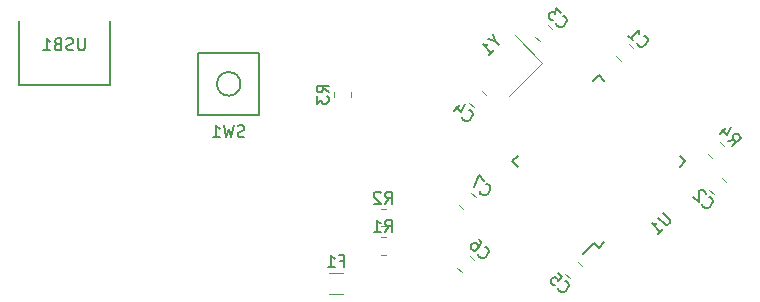
<source format=gbr>
%TF.GenerationSoftware,KiCad,Pcbnew,(5.1.9)-1*%
%TF.CreationDate,2021-04-12T01:02:27-04:00*%
%TF.ProjectId,Genesis Numpad,47656e65-7369-4732-904e-756d7061642e,rev?*%
%TF.SameCoordinates,Original*%
%TF.FileFunction,Legend,Bot*%
%TF.FilePolarity,Positive*%
%FSLAX46Y46*%
G04 Gerber Fmt 4.6, Leading zero omitted, Abs format (unit mm)*
G04 Created by KiCad (PCBNEW (5.1.9)-1) date 2021-04-12 01:02:27*
%MOMM*%
%LPD*%
G01*
G04 APERTURE LIST*
%ADD10C,0.120000*%
%ADD11C,0.150000*%
G04 APERTURE END LIST*
D10*
%TO.C,Y1*%
X115899129Y-23440337D02*
X118232582Y-25773790D01*
X118232582Y-25773790D02*
X115404155Y-28602217D01*
D11*
%TO.C,USB1*%
X73937500Y-27675000D02*
X81637500Y-27675000D01*
X81637500Y-22225000D02*
X81637500Y-27675000D01*
X73937500Y-22225000D02*
X73937500Y-27675000D01*
%TO.C,U1*%
X123031250Y-41449805D02*
X122624664Y-41043219D01*
X130349805Y-34131250D02*
X129872508Y-33653953D01*
X123031250Y-26812695D02*
X123508547Y-27289992D01*
X115712695Y-34131250D02*
X116189992Y-34608547D01*
X123031250Y-41449805D02*
X123508547Y-40972508D01*
X115712695Y-34131250D02*
X116189992Y-33653953D01*
X123031250Y-26812695D02*
X122553953Y-27289992D01*
X130349805Y-34131250D02*
X129872508Y-34608547D01*
X122624664Y-41043219D02*
X121723102Y-41944780D01*
%TO.C,SW1*%
X92694000Y-27559000D02*
G75*
G03*
X92694000Y-27559000I-1000000J0D01*
G01*
X94294000Y-30159000D02*
X94294000Y-24959000D01*
X89094000Y-30159000D02*
X94294000Y-30159000D01*
X89094000Y-24959000D02*
X89094000Y-30159000D01*
X94294000Y-24959000D02*
X89094000Y-24959000D01*
D10*
%TO.C,R4*%
X133649282Y-32787835D02*
X133328165Y-32466718D01*
X132609835Y-33827282D02*
X132288718Y-33506165D01*
%TO.C,R3*%
X100611000Y-28220936D02*
X100611000Y-28675064D01*
X102081000Y-28220936D02*
X102081000Y-28675064D01*
%TO.C,R2*%
X105002064Y-38158750D02*
X104547936Y-38158750D01*
X105002064Y-39628750D02*
X104547936Y-39628750D01*
%TO.C,R1*%
X105002064Y-40540000D02*
X104547936Y-40540000D01*
X105002064Y-42010000D02*
X104547936Y-42010000D01*
%TO.C,F1*%
X101408314Y-43540000D02*
X100204186Y-43540000D01*
X101408314Y-45360000D02*
X100204186Y-45360000D01*
%TO.C,C7*%
X112591457Y-37130010D02*
X112221990Y-36760543D01*
X111552010Y-38169457D02*
X111182543Y-37799990D01*
%TO.C,C6*%
X112464457Y-42464010D02*
X112094990Y-42094543D01*
X111425010Y-43503457D02*
X111055543Y-43133990D01*
%TO.C,C5*%
X120199543Y-43641990D02*
X120569010Y-44011457D01*
X121238990Y-42602543D02*
X121608457Y-42972010D01*
%TO.C,C4*%
X112071543Y-29163990D02*
X112441010Y-29533457D01*
X113110990Y-28124543D02*
X113480457Y-28494010D01*
%TO.C,C3*%
X119068457Y-22906010D02*
X118698990Y-22536543D01*
X118029010Y-23945457D02*
X117659543Y-23575990D01*
%TO.C,C2*%
X132391543Y-36529990D02*
X132761010Y-36899457D01*
X133430990Y-35490543D02*
X133800457Y-35860010D01*
%TO.C,C1*%
X125926457Y-24557010D02*
X125556990Y-24187543D01*
X124887010Y-25596457D02*
X124517543Y-25226990D01*
%TO.C,Y1*%
D11*
X114239111Y-23935311D02*
X114575829Y-24272029D01*
X114104424Y-23329220D02*
X114239111Y-23935311D01*
X113633020Y-23800624D01*
X113734035Y-25113822D02*
X114138096Y-24709761D01*
X113936065Y-24911792D02*
X113228959Y-24204685D01*
X113397317Y-24238357D01*
X113532004Y-24238357D01*
X113633020Y-24204685D01*
%TO.C,USB1*%
X79525595Y-23709380D02*
X79525595Y-24518904D01*
X79477976Y-24614142D01*
X79430357Y-24661761D01*
X79335119Y-24709380D01*
X79144642Y-24709380D01*
X79049404Y-24661761D01*
X79001785Y-24614142D01*
X78954166Y-24518904D01*
X78954166Y-23709380D01*
X78525595Y-24661761D02*
X78382738Y-24709380D01*
X78144642Y-24709380D01*
X78049404Y-24661761D01*
X78001785Y-24614142D01*
X77954166Y-24518904D01*
X77954166Y-24423666D01*
X78001785Y-24328428D01*
X78049404Y-24280809D01*
X78144642Y-24233190D01*
X78335119Y-24185571D01*
X78430357Y-24137952D01*
X78477976Y-24090333D01*
X78525595Y-23995095D01*
X78525595Y-23899857D01*
X78477976Y-23804619D01*
X78430357Y-23757000D01*
X78335119Y-23709380D01*
X78097023Y-23709380D01*
X77954166Y-23757000D01*
X77192261Y-24185571D02*
X77049404Y-24233190D01*
X77001785Y-24280809D01*
X76954166Y-24376047D01*
X76954166Y-24518904D01*
X77001785Y-24614142D01*
X77049404Y-24661761D01*
X77144642Y-24709380D01*
X77525595Y-24709380D01*
X77525595Y-23709380D01*
X77192261Y-23709380D01*
X77097023Y-23757000D01*
X77049404Y-23804619D01*
X77001785Y-23899857D01*
X77001785Y-23995095D01*
X77049404Y-24090333D01*
X77097023Y-24137952D01*
X77192261Y-24185571D01*
X77525595Y-24185571D01*
X76001785Y-24709380D02*
X76573214Y-24709380D01*
X76287500Y-24709380D02*
X76287500Y-23709380D01*
X76382738Y-23852238D01*
X76477976Y-23947476D01*
X76573214Y-23995095D01*
%TO.C,U1*%
X128450718Y-38473222D02*
X129023138Y-39045642D01*
X129056810Y-39146657D01*
X129056810Y-39214001D01*
X129023138Y-39315016D01*
X128888451Y-39449703D01*
X128787436Y-39483375D01*
X128720092Y-39483375D01*
X128619077Y-39449703D01*
X128046657Y-38877283D01*
X128046657Y-40291497D02*
X128450718Y-39887436D01*
X128248688Y-40089466D02*
X127541581Y-39382360D01*
X127709940Y-39416031D01*
X127844627Y-39416031D01*
X127945642Y-39382360D01*
%TO.C,SW1*%
X93027333Y-32027761D02*
X92884476Y-32075380D01*
X92646380Y-32075380D01*
X92551142Y-32027761D01*
X92503523Y-31980142D01*
X92455904Y-31884904D01*
X92455904Y-31789666D01*
X92503523Y-31694428D01*
X92551142Y-31646809D01*
X92646380Y-31599190D01*
X92836857Y-31551571D01*
X92932095Y-31503952D01*
X92979714Y-31456333D01*
X93027333Y-31361095D01*
X93027333Y-31265857D01*
X92979714Y-31170619D01*
X92932095Y-31123000D01*
X92836857Y-31075380D01*
X92598761Y-31075380D01*
X92455904Y-31123000D01*
X92122571Y-31075380D02*
X91884476Y-32075380D01*
X91694000Y-31361095D01*
X91503523Y-32075380D01*
X91265428Y-31075380D01*
X90360666Y-32075380D02*
X90932095Y-32075380D01*
X90646380Y-32075380D02*
X90646380Y-31075380D01*
X90741619Y-31218238D01*
X90836857Y-31313476D01*
X90932095Y-31361095D01*
%TO.C,R4*%
X133933695Y-32418006D02*
X134506115Y-32316991D01*
X134337756Y-32822067D02*
X135044863Y-32114961D01*
X134775489Y-31845586D01*
X134674474Y-31811915D01*
X134607130Y-31811915D01*
X134506115Y-31845586D01*
X134405100Y-31946602D01*
X134371428Y-32047617D01*
X134371428Y-32114961D01*
X134405100Y-32215976D01*
X134674474Y-32485350D01*
X133799008Y-31340510D02*
X133327603Y-31811915D01*
X134236741Y-31239495D02*
X133900023Y-31912930D01*
X133462290Y-31475197D01*
%TO.C,R3*%
X100148380Y-28281333D02*
X99672190Y-27948000D01*
X100148380Y-27709904D02*
X99148380Y-27709904D01*
X99148380Y-28090857D01*
X99196000Y-28186095D01*
X99243619Y-28233714D01*
X99338857Y-28281333D01*
X99481714Y-28281333D01*
X99576952Y-28233714D01*
X99624571Y-28186095D01*
X99672190Y-28090857D01*
X99672190Y-27709904D01*
X99148380Y-28614666D02*
X99148380Y-29233714D01*
X99529333Y-28900380D01*
X99529333Y-29043238D01*
X99576952Y-29138476D01*
X99624571Y-29186095D01*
X99719809Y-29233714D01*
X99957904Y-29233714D01*
X100053142Y-29186095D01*
X100100761Y-29138476D01*
X100148380Y-29043238D01*
X100148380Y-28757523D01*
X100100761Y-28662285D01*
X100053142Y-28614666D01*
%TO.C,R2*%
X104941666Y-37696130D02*
X105275000Y-37219940D01*
X105513095Y-37696130D02*
X105513095Y-36696130D01*
X105132142Y-36696130D01*
X105036904Y-36743750D01*
X104989285Y-36791369D01*
X104941666Y-36886607D01*
X104941666Y-37029464D01*
X104989285Y-37124702D01*
X105036904Y-37172321D01*
X105132142Y-37219940D01*
X105513095Y-37219940D01*
X104560714Y-36791369D02*
X104513095Y-36743750D01*
X104417857Y-36696130D01*
X104179761Y-36696130D01*
X104084523Y-36743750D01*
X104036904Y-36791369D01*
X103989285Y-36886607D01*
X103989285Y-36981845D01*
X104036904Y-37124702D01*
X104608333Y-37696130D01*
X103989285Y-37696130D01*
%TO.C,R1*%
X104941666Y-40077380D02*
X105275000Y-39601190D01*
X105513095Y-40077380D02*
X105513095Y-39077380D01*
X105132142Y-39077380D01*
X105036904Y-39125000D01*
X104989285Y-39172619D01*
X104941666Y-39267857D01*
X104941666Y-39410714D01*
X104989285Y-39505952D01*
X105036904Y-39553571D01*
X105132142Y-39601190D01*
X105513095Y-39601190D01*
X103989285Y-40077380D02*
X104560714Y-40077380D01*
X104275000Y-40077380D02*
X104275000Y-39077380D01*
X104370238Y-39220238D01*
X104465476Y-39315476D01*
X104560714Y-39363095D01*
%TO.C,F1*%
X101139583Y-42558571D02*
X101472916Y-42558571D01*
X101472916Y-43082380D02*
X101472916Y-42082380D01*
X100996726Y-42082380D01*
X100091964Y-43082380D02*
X100663392Y-43082380D01*
X100377678Y-43082380D02*
X100377678Y-42082380D01*
X100472916Y-42225238D01*
X100568154Y-42320476D01*
X100663392Y-42368095D01*
%TO.C,C7*%
X112940251Y-36647450D02*
X112940251Y-36714793D01*
X113007595Y-36849480D01*
X113074939Y-36916824D01*
X113209626Y-36984167D01*
X113344313Y-36984167D01*
X113445328Y-36950496D01*
X113613687Y-36849480D01*
X113714702Y-36748465D01*
X113815717Y-36580106D01*
X113849389Y-36479091D01*
X113849389Y-36344404D01*
X113782045Y-36209717D01*
X113714702Y-36142373D01*
X113580015Y-36075030D01*
X113512671Y-36075030D01*
X113344313Y-35771984D02*
X112872908Y-35300580D01*
X112468847Y-36310732D01*
%TO.C,C6*%
X112813251Y-41981450D02*
X112813251Y-42048793D01*
X112880595Y-42183480D01*
X112947939Y-42250824D01*
X113082626Y-42318167D01*
X113217313Y-42318167D01*
X113318328Y-42284496D01*
X113486687Y-42183480D01*
X113587702Y-42082465D01*
X113688717Y-41914106D01*
X113722389Y-41813091D01*
X113722389Y-41678404D01*
X113655045Y-41543717D01*
X113587702Y-41476373D01*
X113453015Y-41409030D01*
X113385671Y-41409030D01*
X112846923Y-40735595D02*
X112981610Y-40870282D01*
X113015282Y-40971297D01*
X113015282Y-41038641D01*
X112981610Y-41206999D01*
X112880595Y-41375358D01*
X112611221Y-41644732D01*
X112510206Y-41678404D01*
X112442862Y-41678404D01*
X112341847Y-41644732D01*
X112207160Y-41510045D01*
X112173488Y-41409030D01*
X112173488Y-41341686D01*
X112207160Y-41240671D01*
X112375519Y-41072312D01*
X112476534Y-41038641D01*
X112543877Y-41038641D01*
X112644893Y-41072312D01*
X112779580Y-41206999D01*
X112813251Y-41308015D01*
X112813251Y-41375358D01*
X112779580Y-41476373D01*
%TO.C,C5*%
X119581373Y-44865328D02*
X119581373Y-44932671D01*
X119648717Y-45067358D01*
X119716061Y-45134702D01*
X119850748Y-45202045D01*
X119985435Y-45202045D01*
X120086450Y-45168374D01*
X120254809Y-45067358D01*
X120355824Y-44966343D01*
X120456839Y-44797984D01*
X120490511Y-44696969D01*
X120490511Y-44562282D01*
X120423167Y-44427595D01*
X120355824Y-44360251D01*
X120221137Y-44292908D01*
X120153793Y-44292908D01*
X119581373Y-43585801D02*
X119918091Y-43922519D01*
X119615045Y-44292908D01*
X119615045Y-44225564D01*
X119581373Y-44124549D01*
X119413015Y-43956190D01*
X119311999Y-43922519D01*
X119244656Y-43922519D01*
X119143641Y-43956190D01*
X118975282Y-44124549D01*
X118941610Y-44225564D01*
X118941610Y-44292908D01*
X118975282Y-44393923D01*
X119143641Y-44562282D01*
X119244656Y-44595954D01*
X119311999Y-44595954D01*
%TO.C,C4*%
X111453373Y-30387328D02*
X111453373Y-30454671D01*
X111520717Y-30589358D01*
X111588061Y-30656702D01*
X111722748Y-30724045D01*
X111857435Y-30724045D01*
X111958450Y-30690374D01*
X112126809Y-30589358D01*
X112227824Y-30488343D01*
X112328839Y-30319984D01*
X112362511Y-30218969D01*
X112362511Y-30084282D01*
X112295167Y-29949595D01*
X112227824Y-29882251D01*
X112093137Y-29814908D01*
X112025793Y-29814908D01*
X111251343Y-29377175D02*
X110779938Y-29848580D01*
X111689076Y-29276160D02*
X111352358Y-29949595D01*
X110914625Y-29511862D01*
%TO.C,C3*%
X119417251Y-22423450D02*
X119417251Y-22490793D01*
X119484595Y-22625480D01*
X119551939Y-22692824D01*
X119686626Y-22760167D01*
X119821313Y-22760167D01*
X119922328Y-22726496D01*
X120090687Y-22625480D01*
X120191702Y-22524465D01*
X120292717Y-22356106D01*
X120326389Y-22255091D01*
X120326389Y-22120404D01*
X120259045Y-21985717D01*
X120191702Y-21918373D01*
X120057015Y-21851030D01*
X119989671Y-21851030D01*
X119821313Y-21547984D02*
X119383580Y-21110251D01*
X119349908Y-21615328D01*
X119248893Y-21514312D01*
X119147877Y-21480641D01*
X119080534Y-21480641D01*
X118979519Y-21514312D01*
X118811160Y-21682671D01*
X118777488Y-21783686D01*
X118777488Y-21851030D01*
X118811160Y-21952045D01*
X119013190Y-22154076D01*
X119114206Y-22187748D01*
X119181549Y-22187748D01*
%TO.C,C2*%
X131773373Y-37753328D02*
X131773373Y-37820671D01*
X131840717Y-37955358D01*
X131908061Y-38022702D01*
X132042748Y-38090045D01*
X132177435Y-38090045D01*
X132278450Y-38056374D01*
X132446809Y-37955358D01*
X132547824Y-37854343D01*
X132648839Y-37685984D01*
X132682511Y-37584969D01*
X132682511Y-37450282D01*
X132615167Y-37315595D01*
X132547824Y-37248251D01*
X132413137Y-37180908D01*
X132345793Y-37180908D01*
X132076419Y-36911534D02*
X132076419Y-36844190D01*
X132042748Y-36743175D01*
X131874389Y-36574816D01*
X131773373Y-36541145D01*
X131706030Y-36541145D01*
X131605015Y-36574816D01*
X131537671Y-36642160D01*
X131470328Y-36776847D01*
X131470328Y-37584969D01*
X131032595Y-37147236D01*
%TO.C,C1*%
X126275251Y-24074450D02*
X126275251Y-24141793D01*
X126342595Y-24276480D01*
X126409939Y-24343824D01*
X126544626Y-24411167D01*
X126679313Y-24411167D01*
X126780328Y-24377496D01*
X126948687Y-24276480D01*
X127049702Y-24175465D01*
X127150717Y-24007106D01*
X127184389Y-23906091D01*
X127184389Y-23771404D01*
X127117045Y-23636717D01*
X127049702Y-23569373D01*
X126915015Y-23502030D01*
X126847671Y-23502030D01*
X125534473Y-23468358D02*
X125938534Y-23872419D01*
X125736503Y-23670389D02*
X126443610Y-22963282D01*
X126409939Y-23131641D01*
X126409939Y-23266328D01*
X126443610Y-23367343D01*
%TD*%
M02*

</source>
